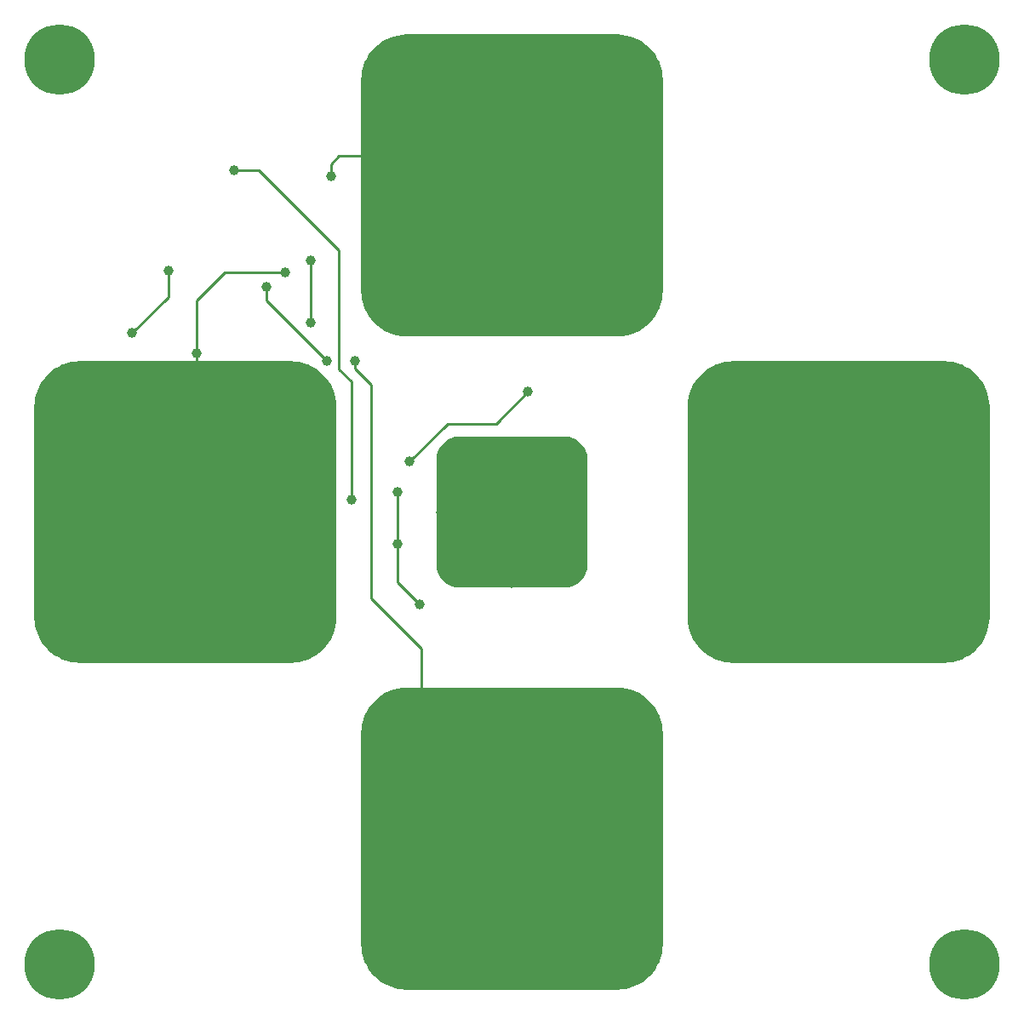
<source format=gbr>
G04 #@! TF.GenerationSoftware,KiCad,Pcbnew,(5.0.1-3-g963ef8bb5)*
G04 #@! TF.CreationDate,2019-03-19T08:35:04+01:00*
G04 #@! TF.ProjectId,capacitive-touch-demo,636170616369746976652D746F756368,3.0.0*
G04 #@! TF.SameCoordinates,Original*
G04 #@! TF.FileFunction,Copper,L1,Top,Signal*
G04 #@! TF.FilePolarity,Positive*
%FSLAX46Y46*%
G04 Gerber Fmt 4.6, Leading zero omitted, Abs format (unit mm)*
G04 Created by KiCad (PCBNEW (5.0.1-3-g963ef8bb5)) date 2019 March 19, Tuesday 08:35:04*
%MOMM*%
%LPD*%
G01*
G04 APERTURE LIST*
G04 #@! TA.AperFunction,Conductor*
%ADD10C,0.100000*%
G04 #@! TD*
G04 #@! TA.AperFunction,SMDPad,CuDef*
%ADD11C,30.000000*%
G04 #@! TD*
G04 #@! TA.AperFunction,SMDPad,CuDef*
%ADD12C,15.000000*%
G04 #@! TD*
G04 #@! TA.AperFunction,ViaPad*
%ADD13C,1.000000*%
G04 #@! TD*
G04 #@! TA.AperFunction,ViaPad*
%ADD14C,7.000000*%
G04 #@! TD*
G04 #@! TA.AperFunction,Conductor*
%ADD15C,0.254000*%
G04 #@! TD*
G04 APERTURE END LIST*
D10*
G04 #@! TO.N,Net-(C6-Pad1)*
G04 #@! TO.C,C6*
G36*
X140941077Y-97521669D02*
X141377906Y-97586466D01*
X141806281Y-97693768D01*
X142222075Y-97842542D01*
X142621285Y-98031354D01*
X143000066Y-98258387D01*
X143354770Y-98521453D01*
X143681981Y-98818019D01*
X143978547Y-99145230D01*
X144241613Y-99499934D01*
X144468646Y-99878715D01*
X144657458Y-100277925D01*
X144806232Y-100693719D01*
X144913534Y-101122094D01*
X144978331Y-101558923D01*
X145000000Y-102000000D01*
X145000000Y-123000000D01*
X144978331Y-123441077D01*
X144913534Y-123877906D01*
X144806232Y-124306281D01*
X144657458Y-124722075D01*
X144468646Y-125121285D01*
X144241613Y-125500066D01*
X143978547Y-125854770D01*
X143681981Y-126181981D01*
X143354770Y-126478547D01*
X143000066Y-126741613D01*
X142621285Y-126968646D01*
X142222075Y-127157458D01*
X141806281Y-127306232D01*
X141377906Y-127413534D01*
X140941077Y-127478331D01*
X140500000Y-127500000D01*
X119500000Y-127500000D01*
X119058923Y-127478331D01*
X118622094Y-127413534D01*
X118193719Y-127306232D01*
X117777925Y-127157458D01*
X117378715Y-126968646D01*
X116999934Y-126741613D01*
X116645230Y-126478547D01*
X116318019Y-126181981D01*
X116021453Y-125854770D01*
X115758387Y-125500066D01*
X115531354Y-125121285D01*
X115342542Y-124722075D01*
X115193768Y-124306281D01*
X115086466Y-123877906D01*
X115021669Y-123441077D01*
X115000000Y-123000000D01*
X115000000Y-102000000D01*
X115021669Y-101558923D01*
X115086466Y-101122094D01*
X115193768Y-100693719D01*
X115342542Y-100277925D01*
X115531354Y-99878715D01*
X115758387Y-99499934D01*
X116021453Y-99145230D01*
X116318019Y-98818019D01*
X116645230Y-98521453D01*
X116999934Y-98258387D01*
X117378715Y-98031354D01*
X117777925Y-97842542D01*
X118193719Y-97693768D01*
X118622094Y-97586466D01*
X119058923Y-97521669D01*
X119500000Y-97500000D01*
X140500000Y-97500000D01*
X140941077Y-97521669D01*
X140941077Y-97521669D01*
G37*
D11*
G04 #@! TD*
G04 #@! TO.P,C6,1*
G04 #@! TO.N,Net-(C6-Pad1)*
X130000000Y-112500000D03*
D10*
G04 #@! TO.N,Net-(C8-Pad1)*
G04 #@! TO.C,C8*
G36*
X140941077Y-32521669D02*
X141377906Y-32586466D01*
X141806281Y-32693768D01*
X142222075Y-32842542D01*
X142621285Y-33031354D01*
X143000066Y-33258387D01*
X143354770Y-33521453D01*
X143681981Y-33818019D01*
X143978547Y-34145230D01*
X144241613Y-34499934D01*
X144468646Y-34878715D01*
X144657458Y-35277925D01*
X144806232Y-35693719D01*
X144913534Y-36122094D01*
X144978331Y-36558923D01*
X145000000Y-37000000D01*
X145000000Y-58000000D01*
X144978331Y-58441077D01*
X144913534Y-58877906D01*
X144806232Y-59306281D01*
X144657458Y-59722075D01*
X144468646Y-60121285D01*
X144241613Y-60500066D01*
X143978547Y-60854770D01*
X143681981Y-61181981D01*
X143354770Y-61478547D01*
X143000066Y-61741613D01*
X142621285Y-61968646D01*
X142222075Y-62157458D01*
X141806281Y-62306232D01*
X141377906Y-62413534D01*
X140941077Y-62478331D01*
X140500000Y-62500000D01*
X119500000Y-62500000D01*
X119058923Y-62478331D01*
X118622094Y-62413534D01*
X118193719Y-62306232D01*
X117777925Y-62157458D01*
X117378715Y-61968646D01*
X116999934Y-61741613D01*
X116645230Y-61478547D01*
X116318019Y-61181981D01*
X116021453Y-60854770D01*
X115758387Y-60500066D01*
X115531354Y-60121285D01*
X115342542Y-59722075D01*
X115193768Y-59306281D01*
X115086466Y-58877906D01*
X115021669Y-58441077D01*
X115000000Y-58000000D01*
X115000000Y-37000000D01*
X115021669Y-36558923D01*
X115086466Y-36122094D01*
X115193768Y-35693719D01*
X115342542Y-35277925D01*
X115531354Y-34878715D01*
X115758387Y-34499934D01*
X116021453Y-34145230D01*
X116318019Y-33818019D01*
X116645230Y-33521453D01*
X116999934Y-33258387D01*
X117378715Y-33031354D01*
X117777925Y-32842542D01*
X118193719Y-32693768D01*
X118622094Y-32586466D01*
X119058923Y-32521669D01*
X119500000Y-32500000D01*
X140500000Y-32500000D01*
X140941077Y-32521669D01*
X140941077Y-32521669D01*
G37*
D11*
G04 #@! TD*
G04 #@! TO.P,C8,1*
G04 #@! TO.N,Net-(C8-Pad1)*
X130000000Y-47500000D03*
D10*
G04 #@! TO.N,Net-(C13-Pad1)*
G04 #@! TO.C,C13*
G36*
X135470539Y-72510834D02*
X135688953Y-72543233D01*
X135903141Y-72596884D01*
X136111038Y-72671271D01*
X136310643Y-72765677D01*
X136500033Y-72879193D01*
X136677385Y-73010726D01*
X136840990Y-73159010D01*
X136989274Y-73322615D01*
X137120807Y-73499967D01*
X137234323Y-73689357D01*
X137328729Y-73888962D01*
X137403116Y-74096859D01*
X137456767Y-74311047D01*
X137489166Y-74529461D01*
X137500000Y-74750000D01*
X137500000Y-85250000D01*
X137489166Y-85470539D01*
X137456767Y-85688953D01*
X137403116Y-85903141D01*
X137328729Y-86111038D01*
X137234323Y-86310643D01*
X137120807Y-86500033D01*
X136989274Y-86677385D01*
X136840990Y-86840990D01*
X136677385Y-86989274D01*
X136500033Y-87120807D01*
X136310643Y-87234323D01*
X136111038Y-87328729D01*
X135903141Y-87403116D01*
X135688953Y-87456767D01*
X135470539Y-87489166D01*
X135250000Y-87500000D01*
X124750000Y-87500000D01*
X124529461Y-87489166D01*
X124311047Y-87456767D01*
X124096859Y-87403116D01*
X123888962Y-87328729D01*
X123689357Y-87234323D01*
X123499967Y-87120807D01*
X123322615Y-86989274D01*
X123159010Y-86840990D01*
X123010726Y-86677385D01*
X122879193Y-86500033D01*
X122765677Y-86310643D01*
X122671271Y-86111038D01*
X122596884Y-85903141D01*
X122543233Y-85688953D01*
X122510834Y-85470539D01*
X122500000Y-85250000D01*
X122500000Y-74750000D01*
X122510834Y-74529461D01*
X122543233Y-74311047D01*
X122596884Y-74096859D01*
X122671271Y-73888962D01*
X122765677Y-73689357D01*
X122879193Y-73499967D01*
X123010726Y-73322615D01*
X123159010Y-73159010D01*
X123322615Y-73010726D01*
X123499967Y-72879193D01*
X123689357Y-72765677D01*
X123888962Y-72671271D01*
X124096859Y-72596884D01*
X124311047Y-72543233D01*
X124529461Y-72510834D01*
X124750000Y-72500000D01*
X135250000Y-72500000D01*
X135470539Y-72510834D01*
X135470539Y-72510834D01*
G37*
D12*
G04 #@! TD*
G04 #@! TO.P,C13,1*
G04 #@! TO.N,Net-(C13-Pad1)*
X130000000Y-80000000D03*
D10*
G04 #@! TO.N,Net-(C4-Pad1)*
G04 #@! TO.C,C4*
G36*
X108441077Y-65021669D02*
X108877906Y-65086466D01*
X109306281Y-65193768D01*
X109722075Y-65342542D01*
X110121285Y-65531354D01*
X110500066Y-65758387D01*
X110854770Y-66021453D01*
X111181981Y-66318019D01*
X111478547Y-66645230D01*
X111741613Y-66999934D01*
X111968646Y-67378715D01*
X112157458Y-67777925D01*
X112306232Y-68193719D01*
X112413534Y-68622094D01*
X112478331Y-69058923D01*
X112500000Y-69500000D01*
X112500000Y-90500000D01*
X112478331Y-90941077D01*
X112413534Y-91377906D01*
X112306232Y-91806281D01*
X112157458Y-92222075D01*
X111968646Y-92621285D01*
X111741613Y-93000066D01*
X111478547Y-93354770D01*
X111181981Y-93681981D01*
X110854770Y-93978547D01*
X110500066Y-94241613D01*
X110121285Y-94468646D01*
X109722075Y-94657458D01*
X109306281Y-94806232D01*
X108877906Y-94913534D01*
X108441077Y-94978331D01*
X108000000Y-95000000D01*
X87000000Y-95000000D01*
X86558923Y-94978331D01*
X86122094Y-94913534D01*
X85693719Y-94806232D01*
X85277925Y-94657458D01*
X84878715Y-94468646D01*
X84499934Y-94241613D01*
X84145230Y-93978547D01*
X83818019Y-93681981D01*
X83521453Y-93354770D01*
X83258387Y-93000066D01*
X83031354Y-92621285D01*
X82842542Y-92222075D01*
X82693768Y-91806281D01*
X82586466Y-91377906D01*
X82521669Y-90941077D01*
X82500000Y-90500000D01*
X82500000Y-69500000D01*
X82521669Y-69058923D01*
X82586466Y-68622094D01*
X82693768Y-68193719D01*
X82842542Y-67777925D01*
X83031354Y-67378715D01*
X83258387Y-66999934D01*
X83521453Y-66645230D01*
X83818019Y-66318019D01*
X84145230Y-66021453D01*
X84499934Y-65758387D01*
X84878715Y-65531354D01*
X85277925Y-65342542D01*
X85693719Y-65193768D01*
X86122094Y-65086466D01*
X86558923Y-65021669D01*
X87000000Y-65000000D01*
X108000000Y-65000000D01*
X108441077Y-65021669D01*
X108441077Y-65021669D01*
G37*
D11*
G04 #@! TD*
G04 #@! TO.P,C4,1*
G04 #@! TO.N,Net-(C4-Pad1)*
X97500000Y-80000000D03*
D10*
G04 #@! TO.N,Net-(C10-Pad1)*
G04 #@! TO.C,C10*
G36*
X173441077Y-65021669D02*
X173877906Y-65086466D01*
X174306281Y-65193768D01*
X174722075Y-65342542D01*
X175121285Y-65531354D01*
X175500066Y-65758387D01*
X175854770Y-66021453D01*
X176181981Y-66318019D01*
X176478547Y-66645230D01*
X176741613Y-66999934D01*
X176968646Y-67378715D01*
X177157458Y-67777925D01*
X177306232Y-68193719D01*
X177413534Y-68622094D01*
X177478331Y-69058923D01*
X177500000Y-69500000D01*
X177500000Y-90500000D01*
X177478331Y-90941077D01*
X177413534Y-91377906D01*
X177306232Y-91806281D01*
X177157458Y-92222075D01*
X176968646Y-92621285D01*
X176741613Y-93000066D01*
X176478547Y-93354770D01*
X176181981Y-93681981D01*
X175854770Y-93978547D01*
X175500066Y-94241613D01*
X175121285Y-94468646D01*
X174722075Y-94657458D01*
X174306281Y-94806232D01*
X173877906Y-94913534D01*
X173441077Y-94978331D01*
X173000000Y-95000000D01*
X152000000Y-95000000D01*
X151558923Y-94978331D01*
X151122094Y-94913534D01*
X150693719Y-94806232D01*
X150277925Y-94657458D01*
X149878715Y-94468646D01*
X149499934Y-94241613D01*
X149145230Y-93978547D01*
X148818019Y-93681981D01*
X148521453Y-93354770D01*
X148258387Y-93000066D01*
X148031354Y-92621285D01*
X147842542Y-92222075D01*
X147693768Y-91806281D01*
X147586466Y-91377906D01*
X147521669Y-90941077D01*
X147500000Y-90500000D01*
X147500000Y-69500000D01*
X147521669Y-69058923D01*
X147586466Y-68622094D01*
X147693768Y-68193719D01*
X147842542Y-67777925D01*
X148031354Y-67378715D01*
X148258387Y-66999934D01*
X148521453Y-66645230D01*
X148818019Y-66318019D01*
X149145230Y-66021453D01*
X149499934Y-65758387D01*
X149878715Y-65531354D01*
X150277925Y-65342542D01*
X150693719Y-65193768D01*
X151122094Y-65086466D01*
X151558923Y-65021669D01*
X152000000Y-65000000D01*
X173000000Y-65000000D01*
X173441077Y-65021669D01*
X173441077Y-65021669D01*
G37*
D11*
G04 #@! TD*
G04 #@! TO.P,C10,1*
G04 #@! TO.N,Net-(C10-Pad1)*
X162500000Y-80000000D03*
D13*
G04 #@! TO.N,Net-(C10-Pad1)*
X162500000Y-80000000D03*
G04 #@! TO.N,Net-(R2-Pad1)*
X110000000Y-55000000D03*
X110000000Y-61200006D03*
G04 #@! TO.N,VCC*
X102400000Y-46000000D03*
X114000000Y-78800000D03*
G04 #@! TO.N,/RPin*
X111600000Y-65000000D03*
X105600000Y-57600000D03*
D14*
G04 #@! TO.N,GND*
X85000000Y-35000000D03*
X85000000Y-125000000D03*
X175000000Y-125000000D03*
D13*
X92200000Y-62200000D03*
X95800000Y-56000000D03*
X118600000Y-78000000D03*
X120800000Y-89200000D03*
X118600000Y-83200000D03*
D14*
X175000000Y-35000000D03*
D13*
G04 #@! TO.N,/MOSI*
X119800000Y-75000000D03*
X131600000Y-68000000D03*
G04 #@! TO.N,Net-(C13-Pad1)*
X130000000Y-80000000D03*
G04 #@! TO.N,Net-(C4-Pad1)*
X98600000Y-64200000D03*
X107400000Y-56200000D03*
G04 #@! TO.N,Net-(C6-Pad1)*
X114400000Y-65000000D03*
G04 #@! TO.N,Net-(C8-Pad1)*
X112000000Y-46600000D03*
G04 #@! TD*
D15*
G04 #@! TO.N,Net-(R2-Pad1)*
X110000000Y-55000000D02*
X110000000Y-61200006D01*
G04 #@! TO.N,VCC*
X114000000Y-67000000D02*
X112800000Y-65800000D01*
X104800000Y-46000000D02*
X102400000Y-46000000D01*
X112800000Y-54000000D02*
X104800000Y-46000000D01*
X112800000Y-65800000D02*
X112800000Y-54000000D01*
X114000000Y-78800000D02*
X114000000Y-67000000D01*
G04 #@! TO.N,/RPin*
X105600000Y-58307106D02*
X105600000Y-57600000D01*
X105600000Y-59000000D02*
X105600000Y-58307106D01*
X111600000Y-65000000D02*
X105600000Y-59000000D01*
G04 #@! TO.N,GND*
X95800000Y-58600000D02*
X95800000Y-56000000D01*
X92200000Y-62200000D02*
X95800000Y-58600000D01*
X120300001Y-88700001D02*
X120800000Y-89200000D01*
X118600000Y-87000000D02*
X120300001Y-88700001D01*
X118600000Y-78000000D02*
X118600000Y-83200000D01*
X118600000Y-83200000D02*
X118600000Y-87000000D01*
G04 #@! TO.N,/MOSI*
X119800000Y-75000000D02*
X123600000Y-71200000D01*
X123600000Y-71200000D02*
X128400000Y-71200000D01*
X128400000Y-71200000D02*
X131600000Y-68000000D01*
G04 #@! TO.N,Net-(C4-Pad1)*
X100600000Y-76900000D02*
X97500000Y-80000000D01*
X98600000Y-78900000D02*
X97500000Y-80000000D01*
X98600000Y-64200000D02*
X98600000Y-78900000D01*
X101400000Y-56200000D02*
X107400000Y-56200000D01*
X98600000Y-64200000D02*
X98600000Y-59000000D01*
X98600000Y-59000000D02*
X101400000Y-56200000D01*
G04 #@! TO.N,Net-(C6-Pad1)*
X121000000Y-103500000D02*
X130000000Y-112500000D01*
X121000000Y-93600000D02*
X121000000Y-103500000D01*
X116000000Y-67307106D02*
X116000000Y-88600000D01*
X116000000Y-88600000D02*
X121000000Y-93600000D01*
X114400000Y-65000000D02*
X114400000Y-65707106D01*
X114400000Y-65707106D02*
X116000000Y-67307106D01*
G04 #@! TO.N,Net-(C8-Pad1)*
X120700000Y-47500000D02*
X130000000Y-47500000D01*
X117800000Y-44600000D02*
X120700000Y-47500000D01*
X112000000Y-46600000D02*
X112000000Y-45400000D01*
X112800000Y-44600000D02*
X117800000Y-44600000D01*
X112000000Y-45400000D02*
X112800000Y-44600000D01*
G04 #@! TD*
M02*

</source>
